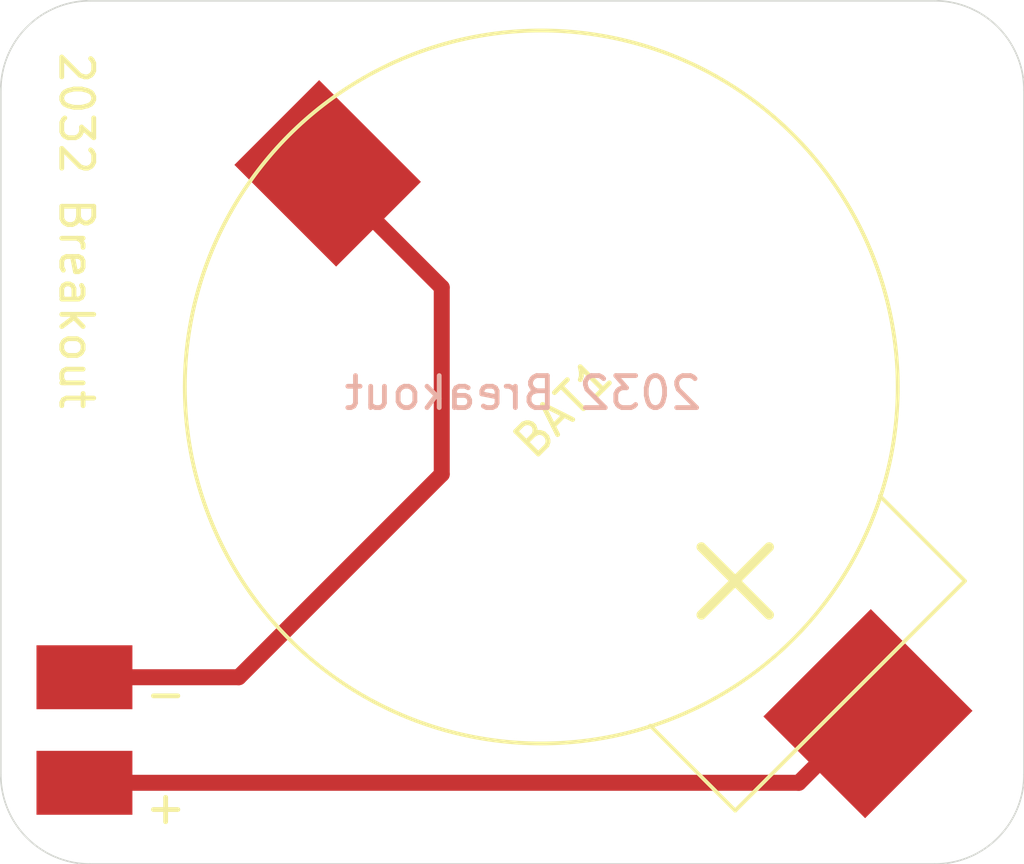
<source format=kicad_pcb>
(kicad_pcb (version 20171130) (host pcbnew "(5.1.5)-3")

  (general
    (thickness 1.6)
    (drawings 10)
    (tracks 6)
    (zones 0)
    (modules 3)
    (nets 3)
  )

  (page A4)
  (layers
    (0 F.Cu signal)
    (31 B.Cu signal)
    (32 B.Adhes user)
    (33 F.Adhes user)
    (34 B.Paste user)
    (35 F.Paste user)
    (36 B.SilkS user)
    (37 F.SilkS user)
    (38 B.Mask user)
    (39 F.Mask user)
    (40 Dwgs.User user)
    (41 Cmts.User user)
    (42 Eco1.User user)
    (43 Eco2.User user)
    (44 Edge.Cuts user)
    (45 Margin user)
    (46 B.CrtYd user hide)
    (47 F.CrtYd user hide)
    (48 B.Fab user)
    (49 F.Fab user hide)
  )

  (setup
    (last_trace_width 0.254)
    (trace_clearance 0.254)
    (zone_clearance 0.508)
    (zone_45_only no)
    (trace_min 0.1524)
    (via_size 0.762)
    (via_drill 0.381)
    (via_min_size 0.6858)
    (via_min_drill 0.3302)
    (uvia_size 0.762)
    (uvia_drill 0.381)
    (uvias_allowed no)
    (uvia_min_size 0.6858)
    (uvia_min_drill 0.3302)
    (edge_width 0.05)
    (segment_width 0.2)
    (pcb_text_width 0.3)
    (pcb_text_size 1.5 1.5)
    (mod_edge_width 0.12)
    (mod_text_size 1 1)
    (mod_text_width 0.15)
    (pad_size 1.524 1.524)
    (pad_drill 0.762)
    (pad_to_mask_clearance 0.051)
    (solder_mask_min_width 0.25)
    (aux_axis_origin 0 0)
    (visible_elements 7FFFFFFF)
    (pcbplotparams
      (layerselection 0x010fc_ffffffff)
      (usegerberextensions false)
      (usegerberattributes false)
      (usegerberadvancedattributes false)
      (creategerberjobfile false)
      (excludeedgelayer true)
      (linewidth 0.100000)
      (plotframeref false)
      (viasonmask false)
      (mode 1)
      (useauxorigin false)
      (hpglpennumber 1)
      (hpglpenspeed 20)
      (hpglpendiameter 15.000000)
      (psnegative false)
      (psa4output false)
      (plotreference true)
      (plotvalue true)
      (plotinvisibletext false)
      (padsonsilk false)
      (subtractmaskfromsilk false)
      (outputformat 1)
      (mirror false)
      (drillshape 1)
      (scaleselection 1)
      (outputdirectory ""))
  )

  (net 0 "")
  (net 1 "Net-(BAT1-PadNeg)")
  (net 2 "Net-(BAT1-PadPos)")

  (net_class Default "This is the default net class."
    (clearance 0.254)
    (trace_width 0.254)
    (via_dia 0.762)
    (via_drill 0.381)
    (uvia_dia 0.762)
    (uvia_drill 0.381)
    (add_net "Net-(BAT1-PadNeg)")
    (add_net "Net-(BAT1-PadPos)")
  )

  (module Custom:SMD-Battery (layer F.Cu) (tedit 5F289AF6) (tstamp 5F289F15)
    (at 119.38 114.554 45)
    (path /5F28BE94)
    (fp_text reference BAT1 (at 0 -2.54 45) (layer F.SilkS)
      (effects (font (size 1 1) (thickness 0.15)))
    )
    (fp_text value BS-7 (at 0 -5.08 45) (layer F.Fab)
      (effects (font (size 1 1) (thickness 0.15)))
    )
    (fp_line (start -1.5 5.08) (end 1.5 5.08) (layer F.SilkS) (width 0.3))
    (fp_line (start 0 3.58) (end 0 6.58) (layer F.SilkS) (width 0.3))
    (fp_circle (center 0 -3.5) (end 11.15 -3.5) (layer F.SilkS) (width 0.12))
    (fp_line (start -5.08 10.16) (end 5.08 10.16) (layer F.SilkS) (width 0.12))
    (fp_line (start 5.08 10.16) (end 5.08 6.4) (layer F.SilkS) (width 0.12))
    (fp_line (start -5.08 10.16) (end -5.08 6.4) (layer F.SilkS) (width 0.12))
    (pad Neg smd rect (at 0 -12.95 45) (size 3.75 4.5) (layers F.Cu F.Paste F.Mask)
      (net 1 "Net-(BAT1-PadNeg)"))
    (pad Pos smd rect (at 0 10.95 45) (size 4.75 4.5) (layers F.Cu F.Paste F.Mask)
      (net 2 "Net-(BAT1-PadPos)"))
  )

  (module Custom:SolderWirePad_1x01_SMD_2x3mm (layer F.Cu) (tedit 5F289D71) (tstamp 5F289F1F)
    (at 102.616 121.158 90)
    (descr "Wire Pad, Square, SMD Pad,  5mm x 10mm,")
    (tags "MesurementPoint Square SMDPad 5mmx10mm ")
    (path /5F290FDE)
    (attr smd virtual)
    (fp_text reference - (at -0.508 2.54) (layer F.SilkS)
      (effects (font (size 1 1) (thickness 0.15)))
    )
    (fp_text value Conn_01x01_Male (at 0 3.302 90) (layer F.Fab)
      (effects (font (size 1 1) (thickness 0.15)))
    )
    (fp_line (start -1 -1.5) (end -1 1.5) (layer F.CrtYd) (width 0.05))
    (fp_line (start -1 1.5) (end 1 1.5) (layer F.CrtYd) (width 0.05))
    (fp_line (start 1 1.5) (end 1 -1.5) (layer F.CrtYd) (width 0.05))
    (fp_line (start 1 -1.5) (end -1 -1.5) (layer F.CrtYd) (width 0.05))
    (fp_text user %R (at 0.381 0.254 90) (layer F.Fab)
      (effects (font (size 1 1) (thickness 0.15)))
    )
    (pad 1 smd rect (at 0 0 90) (size 2 3) (layers F.Cu F.Paste F.Mask)
      (net 1 "Net-(BAT1-PadNeg)"))
  )

  (module Custom:SolderWirePad_1x01_SMD_2x3mm (layer F.Cu) (tedit 5F289D71) (tstamp 5F289F29)
    (at 102.616 124.46 90)
    (descr "Wire Pad, Square, SMD Pad,  5mm x 10mm,")
    (tags "MesurementPoint Square SMDPad 5mmx10mm ")
    (path /5F2900C1)
    (attr smd virtual)
    (fp_text reference + (at -0.762 2.54 180) (layer F.SilkS)
      (effects (font (size 1 1) (thickness 0.15)))
    )
    (fp_text value Conn_01x01_Male (at 0 3.302 90) (layer F.Fab)
      (effects (font (size 1 1) (thickness 0.15)))
    )
    (fp_text user %R (at 0.381 0.254 90) (layer F.Fab)
      (effects (font (size 1 1) (thickness 0.15)))
    )
    (fp_line (start 1 -1.5) (end -1 -1.5) (layer F.CrtYd) (width 0.05))
    (fp_line (start 1 1.5) (end 1 -1.5) (layer F.CrtYd) (width 0.05))
    (fp_line (start -1 1.5) (end 1 1.5) (layer F.CrtYd) (width 0.05))
    (fp_line (start -1 -1.5) (end -1 1.5) (layer F.CrtYd) (width 0.05))
    (pad 1 smd rect (at 0 0 90) (size 2 3) (layers F.Cu F.Paste F.Mask)
      (net 2 "Net-(BAT1-PadPos)"))
  )

  (gr_arc (start 102.7938 102.7938) (end 99.9998 102.7938) (angle 90) (layer Edge.Cuts) (width 0.05) (tstamp 5F28B4C1))
  (gr_arc (start 102.7938 124.206) (end 99.9998 124.206) (angle -90) (layer Edge.Cuts) (width 0.05) (tstamp 5F28B4C1))
  (gr_arc (start 129.2098 124.206) (end 132.0038 124.206) (angle 90) (layer Edge.Cuts) (width 0.05) (tstamp 5F28B472))
  (gr_arc (start 129.2098 102.7938) (end 132.0038 102.7938) (angle -90) (layer Edge.Cuts) (width 0.05))
  (gr_text "2032 Breakout" (at 116.332 112.268) (layer B.SilkS)
    (effects (font (size 1 1) (thickness 0.15)) (justify mirror))
  )
  (gr_text "2032 Breakout" (at 102.362 107.188 270) (layer F.SilkS)
    (effects (font (size 1 1) (thickness 0.15)))
  )
  (gr_line (start 99.9998 102.7938) (end 99.9998 124.206) (layer Edge.Cuts) (width 0.05) (tstamp 5F28A2D6))
  (gr_line (start 102.7938 127) (end 129.2098 127) (layer Edge.Cuts) (width 0.05))
  (gr_line (start 132.0038 102.7938) (end 132.0038 124.206) (layer Edge.Cuts) (width 0.05))
  (gr_line (start 102.7938 99.9998) (end 129.2098 99.9998) (layer Edge.Cuts) (width 0.05))

  (segment (start 113.792 108.966) (end 110.222967 105.396967) (width 0.5) (layer F.Cu) (net 1))
  (segment (start 113.792 114.808) (end 113.792 108.966) (width 0.5) (layer F.Cu) (net 1))
  (segment (start 102.616 121.158) (end 107.442 121.158) (width 0.5) (layer F.Cu) (net 1))
  (segment (start 107.442 121.158) (end 113.792 114.808) (width 0.5) (layer F.Cu) (net 1))
  (segment (start 124.959638 124.46) (end 102.616 124.46) (width 0.5) (layer F.Cu) (net 2))
  (segment (start 127.122819 122.296819) (end 124.959638 124.46) (width 0.5) (layer F.Cu) (net 2))

)

</source>
